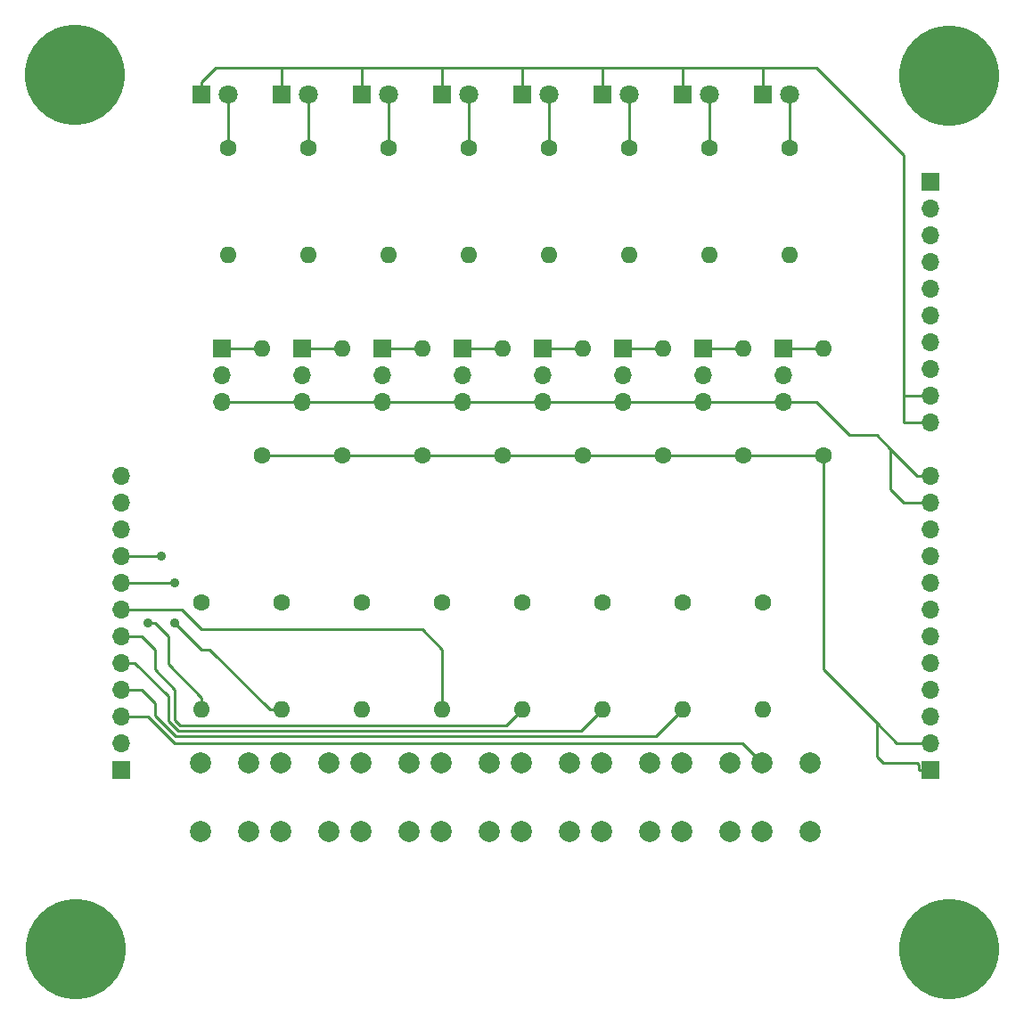
<source format=gbr>
G04 #@! TF.GenerationSoftware,KiCad,Pcbnew,(5.1.5)-3*
G04 #@! TF.CreationDate,2020-08-02T18:44:06-04:00*
G04 #@! TF.ProjectId,LEDS-SWITCHES,4c454453-2d53-4574-9954-434845532e6b,2*
G04 #@! TF.SameCoordinates,Original*
G04 #@! TF.FileFunction,Copper,L2,Bot*
G04 #@! TF.FilePolarity,Positive*
%FSLAX46Y46*%
G04 Gerber Fmt 4.6, Leading zero omitted, Abs format (unit mm)*
G04 Created by KiCad (PCBNEW (5.1.5)-3) date 2020-08-02 18:44:06*
%MOMM*%
%LPD*%
G04 APERTURE LIST*
%ADD10C,9.525000*%
%ADD11C,1.800000*%
%ADD12R,1.800000X1.800000*%
%ADD13O,1.700000X1.700000*%
%ADD14R,1.700000X1.700000*%
%ADD15C,1.600000*%
%ADD16O,1.600000X1.600000*%
%ADD17C,2.000000*%
%ADD18C,0.889000*%
%ADD19C,0.254000*%
G04 APERTURE END LIST*
D10*
X15875000Y-15875000D03*
X99000000Y-99000000D03*
X16000000Y-99000000D03*
X99000000Y-16000000D03*
D11*
X83820000Y-17780000D03*
D12*
X81280000Y-17780000D03*
X73660000Y-17780000D03*
D11*
X76200000Y-17780000D03*
D12*
X66040000Y-17780000D03*
D11*
X68580000Y-17780000D03*
X60960000Y-17780000D03*
D12*
X58420000Y-17780000D03*
X50800000Y-17780000D03*
D11*
X53340000Y-17780000D03*
X45720000Y-17780000D03*
D12*
X43180000Y-17780000D03*
X35560000Y-17780000D03*
D11*
X38100000Y-17780000D03*
X30480000Y-17780000D03*
D12*
X27940000Y-17780000D03*
D13*
X97155000Y-53975000D03*
X97155000Y-56515000D03*
X97155000Y-59055000D03*
X97155000Y-61595000D03*
X97155000Y-64135000D03*
X97155000Y-66675000D03*
X97155000Y-69215000D03*
X97155000Y-71755000D03*
X97155000Y-74295000D03*
X97155000Y-76835000D03*
X97155000Y-79375000D03*
D14*
X97155000Y-81915000D03*
X20320000Y-81915000D03*
D13*
X20320000Y-79375000D03*
X20320000Y-76835000D03*
X20320000Y-74295000D03*
X20320000Y-71755000D03*
X20320000Y-69215000D03*
X20320000Y-66675000D03*
X20320000Y-64135000D03*
X20320000Y-61595000D03*
X20320000Y-59055000D03*
X20320000Y-56515000D03*
X20320000Y-53975000D03*
D14*
X97155000Y-26035000D03*
D13*
X97155000Y-28575000D03*
X97155000Y-31115000D03*
X97155000Y-33655000D03*
X97155000Y-36195000D03*
X97155000Y-38735000D03*
X97155000Y-41275000D03*
X97155000Y-43815000D03*
X97155000Y-46355000D03*
X97155000Y-48895000D03*
D15*
X33655000Y-52070000D03*
D16*
X33655000Y-41910000D03*
D15*
X41275000Y-52070000D03*
D16*
X41275000Y-41910000D03*
X48895000Y-41910000D03*
D15*
X48895000Y-52070000D03*
X56515000Y-52070000D03*
D16*
X56515000Y-41910000D03*
X64135000Y-41910000D03*
D15*
X64135000Y-52070000D03*
D16*
X71755000Y-41910000D03*
D15*
X71755000Y-52070000D03*
X79375000Y-52070000D03*
D16*
X79375000Y-41910000D03*
X86995000Y-41910000D03*
D15*
X86995000Y-52070000D03*
X27940000Y-66040000D03*
D16*
X27940000Y-76200000D03*
X35560000Y-76200000D03*
D15*
X35560000Y-66040000D03*
X43180000Y-66040000D03*
D16*
X43180000Y-76200000D03*
X50800000Y-76200000D03*
D15*
X50800000Y-66040000D03*
X58420000Y-66040000D03*
D16*
X58420000Y-76200000D03*
X66040000Y-76200000D03*
D15*
X66040000Y-66040000D03*
X73660000Y-66040000D03*
D16*
X73660000Y-76200000D03*
X81280000Y-76200000D03*
D15*
X81280000Y-66040000D03*
X83820000Y-22860000D03*
D16*
X83820000Y-33020000D03*
X76200000Y-33020000D03*
D15*
X76200000Y-22860000D03*
X68580000Y-22860000D03*
D16*
X68580000Y-33020000D03*
X60960000Y-33020000D03*
D15*
X60960000Y-22860000D03*
X53340000Y-22860000D03*
D16*
X53340000Y-33020000D03*
X45720000Y-33020000D03*
D15*
X45720000Y-22860000D03*
X38100000Y-22860000D03*
D16*
X38100000Y-33020000D03*
X30480000Y-33020000D03*
D15*
X30480000Y-22860000D03*
D13*
X29845000Y-46990000D03*
X29845000Y-44450000D03*
D14*
X29845000Y-41910000D03*
X37465000Y-41910000D03*
D13*
X37465000Y-44450000D03*
X37465000Y-46990000D03*
X45085000Y-46990000D03*
X45085000Y-44450000D03*
D14*
X45085000Y-41910000D03*
X52705000Y-41910000D03*
D13*
X52705000Y-44450000D03*
X52705000Y-46990000D03*
X60325000Y-46990000D03*
X60325000Y-44450000D03*
D14*
X60325000Y-41910000D03*
X67945000Y-41910000D03*
D13*
X67945000Y-44450000D03*
X67945000Y-46990000D03*
X75565000Y-46990000D03*
X75565000Y-44450000D03*
D14*
X75565000Y-41910000D03*
X83185000Y-41910000D03*
D13*
X83185000Y-44450000D03*
X83185000Y-46990000D03*
D17*
X27885000Y-81280000D03*
X32385000Y-81280000D03*
X27885000Y-87780000D03*
X32385000Y-87780000D03*
X40005000Y-87780000D03*
X35505000Y-87780000D03*
X40005000Y-81280000D03*
X35505000Y-81280000D03*
X43125000Y-81280000D03*
X47625000Y-81280000D03*
X43125000Y-87780000D03*
X47625000Y-87780000D03*
X55245000Y-87780000D03*
X50745000Y-87780000D03*
X55245000Y-81280000D03*
X50745000Y-81280000D03*
X58365000Y-81280000D03*
X62865000Y-81280000D03*
X58365000Y-87780000D03*
X62865000Y-87780000D03*
X70485000Y-87780000D03*
X65985000Y-87780000D03*
X70485000Y-81280000D03*
X65985000Y-81280000D03*
X73605000Y-81280000D03*
X78105000Y-81280000D03*
X73605000Y-87780000D03*
X78105000Y-87780000D03*
X85725000Y-87780000D03*
X81225000Y-87780000D03*
X85725000Y-81280000D03*
X81225000Y-81280000D03*
D18*
X25400000Y-64135000D03*
X25400000Y-67945000D03*
X24130000Y-61595000D03*
X22860000Y-67945000D03*
D19*
X83820000Y-17780000D02*
X83820000Y-22860000D01*
X27940000Y-17780000D02*
X27940000Y-16626000D01*
X27940000Y-16626000D02*
X29326000Y-15240000D01*
X73660000Y-17780000D02*
X73660000Y-15240000D01*
X73660000Y-15240000D02*
X80645000Y-15240000D01*
X66040000Y-17780000D02*
X66040000Y-15240000D01*
X66040000Y-15240000D02*
X73660000Y-15240000D01*
X58420000Y-17780000D02*
X58420000Y-15240000D01*
X50800000Y-17780000D02*
X50800000Y-15240000D01*
X50800000Y-15240000D02*
X66040000Y-15240000D01*
X35560000Y-17780000D02*
X35560000Y-15240000D01*
X29326000Y-15240000D02*
X35560000Y-15240000D01*
X43180000Y-17780000D02*
X43180000Y-15240000D01*
X35560000Y-15240000D02*
X43180000Y-15240000D01*
X43180000Y-15240000D02*
X50800000Y-15240000D01*
X97155000Y-48895000D02*
X94615000Y-48895000D01*
X94615000Y-48895000D02*
X94615000Y-46355000D01*
X94615000Y-46355000D02*
X97155000Y-46355000D01*
X94615000Y-46355000D02*
X94615000Y-23495000D01*
X94615000Y-23495000D02*
X86360000Y-15240000D01*
X81280000Y-17780000D02*
X81280000Y-15240000D01*
X86360000Y-15240000D02*
X81280000Y-15240000D01*
X81280000Y-15240000D02*
X80645000Y-15240000D01*
X76200000Y-17780000D02*
X76200000Y-22860000D01*
X68580000Y-17780000D02*
X68580000Y-22860000D01*
X60960000Y-17780000D02*
X60960000Y-22860000D01*
X53340000Y-17780000D02*
X53340000Y-22860000D01*
X45720000Y-17780000D02*
X45720000Y-22860000D01*
X38100000Y-21728630D02*
X38100000Y-17780000D01*
X38100000Y-22860000D02*
X38100000Y-21728630D01*
X30480000Y-22860000D02*
X30480000Y-17780000D01*
X29845000Y-46990000D02*
X37465000Y-46990000D01*
X37465000Y-46990000D02*
X45085000Y-46990000D01*
X45085000Y-46990000D02*
X52705000Y-46990000D01*
X52705000Y-46990000D02*
X60325000Y-46990000D01*
X60325000Y-46990000D02*
X67945000Y-46990000D01*
X67945000Y-46990000D02*
X75565000Y-46990000D01*
X75565000Y-46990000D02*
X83185000Y-46990000D01*
X97155000Y-53975000D02*
X95952919Y-53975000D01*
X92075000Y-50097081D02*
X89467081Y-50097081D01*
X86360000Y-46990000D02*
X83185000Y-46990000D01*
X89467081Y-50097081D02*
X86360000Y-46990000D01*
X97155000Y-56515000D02*
X94615000Y-56515000D01*
X93345000Y-55245000D02*
X93345000Y-51435000D01*
X94615000Y-56515000D02*
X93345000Y-55245000D01*
X95952919Y-53975000D02*
X93345000Y-51435000D01*
X93345000Y-51435000D02*
X92075000Y-50097081D01*
X33655000Y-52070000D02*
X41275000Y-52070000D01*
X41275000Y-52070000D02*
X48895000Y-52070000D01*
X48895000Y-52070000D02*
X56515000Y-52070000D01*
X56515000Y-52070000D02*
X64135000Y-52070000D01*
X64135000Y-52070000D02*
X71755000Y-52070000D01*
X71755000Y-52070000D02*
X79375000Y-52070000D01*
X79375000Y-52070000D02*
X86995000Y-52070000D01*
X86995000Y-52070000D02*
X86995000Y-72390000D01*
X93980000Y-79375000D02*
X97155000Y-79375000D01*
X97155000Y-81915000D02*
X96051000Y-81915000D01*
X96051000Y-81915000D02*
X96051000Y-81446000D01*
X96051000Y-81446000D02*
X95885000Y-81280000D01*
X95885000Y-81280000D02*
X92710000Y-81280000D01*
X92710000Y-81280000D02*
X92075000Y-80645000D01*
X86995000Y-72390000D02*
X92075000Y-77470000D01*
X92075000Y-80645000D02*
X92075000Y-77470000D01*
X92075000Y-77470000D02*
X93980000Y-79375000D01*
X22860000Y-76835000D02*
X20320000Y-76835000D01*
X81225000Y-81280000D02*
X79320000Y-79375000D01*
X25400000Y-79375000D02*
X22860000Y-76835000D01*
X79320000Y-79375000D02*
X25400000Y-79375000D01*
X20320000Y-74295000D02*
X22225000Y-74295000D01*
X23495000Y-75565000D02*
X23495000Y-76751566D01*
X22225000Y-74295000D02*
X23495000Y-75565000D01*
X23495000Y-76751566D02*
X25483434Y-78740000D01*
X71120000Y-78740000D02*
X73660000Y-76200000D01*
X25483434Y-78740000D02*
X71120000Y-78740000D01*
X20320000Y-71755000D02*
X21590000Y-71755000D01*
X21590000Y-71755000D02*
X24765000Y-74930000D01*
X24765000Y-77303132D02*
X25693858Y-78231990D01*
X24765000Y-74930000D02*
X24765000Y-77303132D01*
X64008010Y-78231990D02*
X66040000Y-76200000D01*
X25693858Y-78231990D02*
X64008010Y-78231990D01*
X20320000Y-69215000D02*
X22225000Y-69215000D01*
X22225000Y-69215000D02*
X23495000Y-70485000D01*
X23495000Y-70485000D02*
X23495000Y-72390000D01*
X25400000Y-74295000D02*
X25400000Y-77219698D01*
X23495000Y-72390000D02*
X25400000Y-74295000D01*
X25400000Y-77219698D02*
X25904282Y-77723980D01*
X56896020Y-77723980D02*
X58420000Y-76200000D01*
X25904282Y-77723980D02*
X56896020Y-77723980D01*
X50800000Y-70485000D02*
X50800000Y-76200000D01*
X48895000Y-68580000D02*
X50800000Y-70485000D01*
X20320000Y-66675000D02*
X26035000Y-66675000D01*
X27940000Y-68580000D02*
X48895000Y-68580000D01*
X26035000Y-66675000D02*
X27940000Y-68580000D01*
X25400000Y-64135000D02*
X20320000Y-64135000D01*
X34428630Y-76200000D02*
X28713630Y-70485000D01*
X35560000Y-76200000D02*
X34428630Y-76200000D01*
X28713630Y-70485000D02*
X27940000Y-70485000D01*
X27940000Y-70485000D02*
X25400000Y-67945000D01*
X24130000Y-61595000D02*
X20320000Y-61595000D01*
X27940000Y-75068630D02*
X24765000Y-71893630D01*
X27940000Y-76200000D02*
X27940000Y-75068630D01*
X24765000Y-71893630D02*
X24765000Y-69215000D01*
X24765000Y-69215000D02*
X23495000Y-67945000D01*
X23495000Y-67945000D02*
X22860000Y-67945000D01*
X29845000Y-41910000D02*
X33655000Y-41910000D01*
X37465000Y-41910000D02*
X41275000Y-41910000D01*
X45085000Y-41910000D02*
X48895000Y-41910000D01*
X52705000Y-41910000D02*
X56515000Y-41910000D01*
X60325000Y-41910000D02*
X64135000Y-41910000D01*
X67945000Y-41910000D02*
X71755000Y-41910000D01*
X75565000Y-41910000D02*
X79375000Y-41910000D01*
X83185000Y-41910000D02*
X86995000Y-41910000D01*
M02*

</source>
